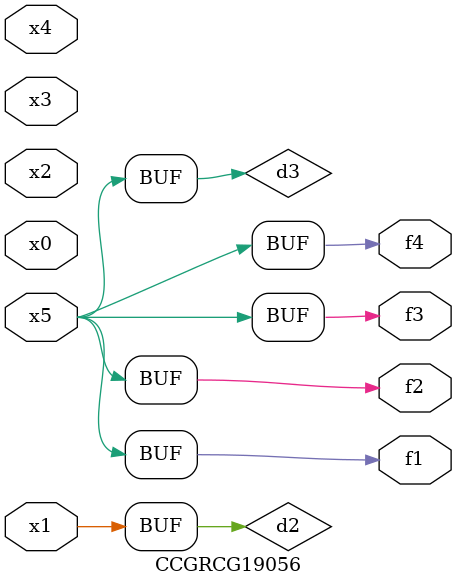
<source format=v>
module CCGRCG19056(
	input x0, x1, x2, x3, x4, x5,
	output f1, f2, f3, f4
);

	wire d1, d2, d3;

	not (d1, x5);
	or (d2, x1);
	xnor (d3, d1);
	assign f1 = d3;
	assign f2 = d3;
	assign f3 = d3;
	assign f4 = d3;
endmodule

</source>
